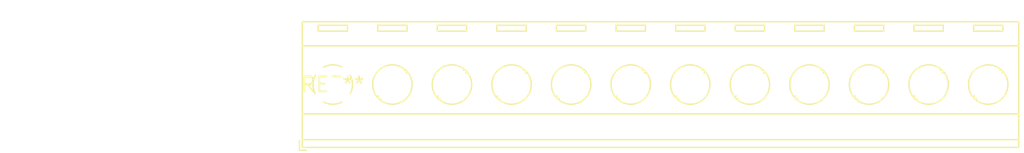
<source format=kicad_pcb>
(kicad_pcb (version 20240108) (generator pcbnew)
  (layers (0 "F.Cu" signal) (31 "B.Cu" signal) (34 "B.Paste" user) (35 "F.Paste" user) (36 "B.SilkS" user "B.Silkscreen") (37 "F.SilkS" user "F.Silkscreen") (38 "B.Mask" user) (39 "F.Mask" user) (44 "Edge.Cuts" user))
  (net 0 "")
  (footprint "TerminalBlock_RND_205-00297_1x12_P5.08mm_Horizontal" (layer "F.Cu") (at 0 0)
    (property "Reference" "REF**")
    (property "Value" "TerminalBlock_RND_205-00297_1x12_P5.08mm_Horizontal")
    (fp_line (start -2.84 4.76) (end -2.84 5.6) (layer "F.SilkS") (stroke (width 0.12)))
    (fp_line (start -2.84 5.6) (end -2.24 5.6) (layer "F.SilkS") (stroke (width 0.12)))
    (fp_line (start -2.6 -5.36) (end -2.6 5.36) (layer "F.SilkS") (stroke (width 0.12)))
    (fp_line (start -2.6 -5.36) (end 58.48 -5.36) (layer "F.SilkS") (stroke (width 0.12)))
    (fp_line (start -2.6 -3.3) (end 58.48 -3.3) (layer "F.SilkS") (stroke (width 0.12)))
    (fp_line (start -2.6 2.5) (end 58.48 2.5) (layer "F.SilkS") (stroke (width 0.12)))
    (fp_line (start -2.6 4.7) (end 58.48 4.7) (layer "F.SilkS") (stroke (width 0.12)))
    (fp_line (start -2.6 5.36) (end 58.48 5.36) (layer "F.SilkS") (stroke (width 0.12)))
    (fp_line (start -1.25 -5.05) (end -1.25 -4.55) (layer "F.SilkS") (stroke (width 0.12)))
    (fp_line (start -1.25 -5.05) (end 1.25 -5.05) (layer "F.SilkS") (stroke (width 0.12)))
    (fp_line (start -1.25 -4.55) (end 1.25 -4.55) (layer "F.SilkS") (stroke (width 0.12)))
    (fp_line (start 1.25 -5.05) (end 1.25 -4.55) (layer "F.SilkS") (stroke (width 0.12)))
    (fp_line (start 3.83 -5.05) (end 3.83 -4.55) (layer "F.SilkS") (stroke (width 0.12)))
    (fp_line (start 3.83 -5.05) (end 6.33 -5.05) (layer "F.SilkS") (stroke (width 0.12)))
    (fp_line (start 3.83 -4.55) (end 6.33 -4.55) (layer "F.SilkS") (stroke (width 0.12)))
    (fp_line (start 3.9 0.976) (end 3.806 1.069) (layer "F.SilkS") (stroke (width 0.12)))
    (fp_line (start 4.07 1.216) (end 4.011 1.274) (layer "F.SilkS") (stroke (width 0.12)))
    (fp_line (start 6.15 -1.275) (end 6.091 -1.216) (layer "F.SilkS") (stroke (width 0.12)))
    (fp_line (start 6.33 -5.05) (end 6.33 -4.55) (layer "F.SilkS") (stroke (width 0.12)))
    (fp_line (start 6.355 -1.069) (end 6.261 -0.976) (layer "F.SilkS") (stroke (width 0.12)))
    (fp_line (start 8.91 -5.05) (end 8.91 -4.55) (layer "F.SilkS") (stroke (width 0.12)))
    (fp_line (start 8.91 -5.05) (end 11.41 -5.05) (layer "F.SilkS") (stroke (width 0.12)))
    (fp_line (start 8.91 -4.55) (end 11.41 -4.55) (layer "F.SilkS") (stroke (width 0.12)))
    (fp_line (start 8.98 0.976) (end 8.886 1.069) (layer "F.SilkS") (stroke (width 0.12)))
    (fp_line (start 9.15 1.216) (end 9.091 1.274) (layer "F.SilkS") (stroke (width 0.12)))
    (fp_line (start 11.23 -1.275) (end 11.171 -1.216) (layer "F.SilkS") (stroke (width 0.12)))
    (fp_line (start 11.41 -5.05) (end 11.41 -4.55) (layer "F.SilkS") (stroke (width 0.12)))
    (fp_line (start 11.435 -1.069) (end 11.341 -0.976) (layer "F.SilkS") (stroke (width 0.12)))
    (fp_line (start 13.99 -5.05) (end 13.99 -4.55) (layer "F.SilkS") (stroke (width 0.12)))
    (fp_line (start 13.99 -5.05) (end 16.49 -5.05) (layer "F.SilkS") (stroke (width 0.12)))
    (fp_line (start 13.99 -4.55) (end 16.49 -4.55) (layer "F.SilkS") (stroke (width 0.12)))
    (fp_line (start 14.06 0.976) (end 13.966 1.069) (layer "F.SilkS") (stroke (width 0.12)))
    (fp_line (start 14.23 1.216) (end 14.171 1.274) (layer "F.SilkS") (stroke (width 0.12)))
    (fp_line (start 16.31 -1.275) (end 16.251 -1.216) (layer "F.SilkS") (stroke (width 0.12)))
    (fp_line (start 16.49 -5.05) (end 16.49 -4.55) (layer "F.SilkS") (stroke (width 0.12)))
    (fp_line (start 16.515 -1.069) (end 16.421 -0.976) (layer "F.SilkS") (stroke (width 0.12)))
    (fp_line (start 19.07 -5.05) (end 19.07 -4.55) (layer "F.SilkS") (stroke (width 0.12)))
    (fp_line (start 19.07 -5.05) (end 21.57 -5.05) (layer "F.SilkS") (stroke (width 0.12)))
    (fp_line (start 19.07 -4.55) (end 21.57 -4.55) (layer "F.SilkS") (stroke (width 0.12)))
    (fp_line (start 19.14 0.976) (end 19.046 1.069) (layer "F.SilkS") (stroke (width 0.12)))
    (fp_line (start 19.31 1.216) (end 19.251 1.274) (layer "F.SilkS") (stroke (width 0.12)))
    (fp_line (start 21.39 -1.275) (end 21.331 -1.216) (layer "F.SilkS") (stroke (width 0.12)))
    (fp_line (start 21.57 -5.05) (end 21.57 -4.55) (layer "F.SilkS") (stroke (width 0.12)))
    (fp_line (start 21.595 -1.069) (end 21.501 -0.976) (layer "F.SilkS") (stroke (width 0.12)))
    (fp_line (start 24.15 -5.05) (end 24.15 -4.55) (layer "F.SilkS") (stroke (width 0.12)))
    (fp_line (start 24.15 -5.05) (end 26.65 -5.05) (layer "F.SilkS") (stroke (width 0.12)))
    (fp_line (start 24.15 -4.55) (end 26.65 -4.55) (layer "F.SilkS") (stroke (width 0.12)))
    (fp_line (start 24.22 0.976) (end 24.126 1.069) (layer "F.SilkS") (stroke (width 0.12)))
    (fp_line (start 24.39 1.216) (end 24.331 1.274) (layer "F.SilkS") (stroke (width 0.12)))
    (fp_line (start 26.47 -1.275) (end 26.411 -1.216) (layer "F.SilkS") (stroke (width 0.12)))
    (fp_line (start 26.65 -5.05) (end 26.65 -4.55) (layer "F.SilkS") (stroke (width 0.12)))
    (fp_line (start 26.675 -1.069) (end 26.581 -0.976) (layer "F.SilkS") (stroke (width 0.12)))
    (fp_line (start 29.23 -5.05) (end 29.23 -4.55) (layer "F.SilkS") (stroke (width 0.12)))
    (fp_line (start 29.23 -5.05) (end 31.73 -5.05) (layer "F.SilkS") (stroke (width 0.12)))
    (fp_line (start 29.23 -4.55) (end 31.73 -4.55) (layer "F.SilkS") (stroke (width 0.12)))
    (fp_line (start 29.3 0.976) (end 29.206 1.069) (layer "F.SilkS") (stroke (width 0.12)))
    (fp_line (start 29.47 1.216) (end 29.411 1.274) (layer "F.SilkS") (stroke (width 0.12)))
    (fp_line (start 31.55 -1.275) (end 31.491 -1.216) (layer "F.SilkS") (stroke (width 0.12)))
    (fp_line (start 31.73 -5.05) (end 31.73 -4.55) (layer "F.SilkS") (stroke (width 0.12)))
    (fp_line (start 31.755 -1.069) (end 31.661 -0.976) (layer "F.SilkS") (stroke (width 0.12)))
    (fp_line (start 34.31 -5.05) (end 34.31 -4.55) (layer "F.SilkS") (stroke (width 0.12)))
    (fp_line (start 34.31 -5.05) (end 36.81 -5.05) (layer "F.SilkS") (stroke (width 0.12)))
    (fp_line (start 34.31 -4.55) (end 36.81 -4.55) (layer "F.SilkS") (stroke (width 0.12)))
    (fp_line (start 34.38 0.976) (end 34.286 1.069) (layer "F.SilkS") (stroke (width 0.12)))
    (fp_line (start 34.55 1.216) (end 34.491 1.274) (layer "F.SilkS") (stroke (width 0.12)))
    (fp_line (start 36.63 -1.275) (end 36.571 -1.216) (layer "F.SilkS") (stroke (width 0.12)))
    (fp_line (start 36.81 -5.05) (end 36.81 -4.55) (layer "F.SilkS") (stroke (width 0.12)))
    (fp_line (start 36.835 -1.069) (end 36.741 -0.976) (layer "F.SilkS") (stroke (width 0.12)))
    (fp_line (start 39.39 -5.05) (end 39.39 -4.55) (layer "F.SilkS") (stroke (width 0.12)))
    (fp_line (start 39.39 -5.05) (end 41.89 -5.05) (layer "F.SilkS") (stroke (width 0.12)))
    (fp_line (start 39.39 -4.55) (end 41.89 -4.55) (layer "F.SilkS") (stroke (width 0.12)))
    (fp_line (start 39.46 0.976) (end 39.366 1.069) (layer "F.SilkS") (stroke (width 0.12)))
    (fp_line (start 39.63 1.216) (end 39.571 1.274) (layer "F.SilkS") (stroke (width 0.12)))
    (fp_line (start 41.71 -1.275) (end 41.651 -1.216) (layer "F.SilkS") (stroke (width 0.12)))
    (fp_line (start 41.89 -5.05) (end 41.89 -4.55) (layer "F.SilkS") (stroke (width 0.12)))
    (fp_line (start 41.915 -1.069) (end 41.821 -0.976) (layer "F.SilkS") (stroke (width 0.12)))
    (fp_line (start 44.47 -5.05) (end 44.47 -4.55) (layer "F.SilkS") (stroke (width 0.12)))
    (fp_line (start 44.47 -5.05) (end 46.97 -5.05) (layer "F.SilkS") (stroke (width 0.12)))
    (fp_line (start 44.47 -4.55) (end 46.97 -4.55) (layer "F.SilkS") (stroke (width 0.12)))
    (fp_line (start 44.54 0.976) (end 44.446 1.069) (layer "F.SilkS") (stroke (width 0.12)))
    (fp_line (start 44.71 1.216) (end 44.651 1.274) (layer "F.SilkS") (stroke (width 0.12)))
    (fp_line (start 46.79 -1.275) (end 46.731 -1.216) (layer "F.SilkS") (stroke (width 0.12)))
    (fp_line (start 46.97 -5.05) (end 46.97 -4.55) (layer "F.SilkS") (stroke (width 0.12)))
    (fp_line (start 46.995 -1.069) (end 46.901 -0.976) (layer "F.SilkS") (stroke (width 0.12)))
    (fp_line (start 49.55 -5.05) (end 49.55 -4.55) (layer "F.SilkS") (stroke (width 0.12)))
    (fp_line (start 49.55 -5.05) (end 52.05 -5.05) (layer "F.SilkS") (stroke (width 0.12)))
    (fp_line (start 49.55 -4.55) (end 52.05 -4.55) (layer "F.SilkS") (stroke (width 0.12)))
    (fp_line (start 49.62 0.976) (end 49.526 1.069) (layer "F.SilkS") (stroke (width 0.12)))
    (fp_line (start 49.79 1.216) (end 49.731 1.274) (layer "F.SilkS") (stroke (width 0.12)))
    (fp_line (start 51.87 -1.275) (end 51.811 -1.216) (layer "F.SilkS") (stroke (width 0.12)))
    (fp_line (start 52.05 -5.05) (end 52.05 -4.55) (layer "F.SilkS") (stroke (width 0.12)))
    (fp_line (start 52.075 -1.069) (end 51.981 -0.976) (layer "F.SilkS") (stroke (width 0.12)))
    (fp_line (start 54.63 -5.05) (end 54.63 -4.55) (layer "F.SilkS") (stroke (width 0.12)))
    (fp_line (start 54.63 -5.05) (end 57.13 -5.05) (layer "F.SilkS") (stroke (width 0.12)))
    (fp_line (start 54.63 -4.55) (end 57.13 -4.55) (layer "F.SilkS") (stroke (width 0.12)))
    (fp_line (start 54.7 0.976) (end 54.606 1.069) (layer "F.SilkS") (stroke (width 0.12)))
    (fp_line (start 54.87 1.216) (end 54.811 1.274) (layer "F.SilkS") (stroke (width 0.12)))
    (fp_line (start 56.95 -1.275) (end 56.891 -1.216) (layer "F.SilkS") (stroke (width 0.12)))
    (fp_line (start 57.13 -5.05) (end 57.13 -4.55) (layer "F.SilkS") (stroke (width 0.12)))
    (fp_line (start 57.155 -1.069) (end 57.061 -0.976) (layer "F.SilkS") (stroke (width 0.12)))
    (fp_line (start 58.48 -5.36) (end 58.48 5.36) (layer "F.SilkS") (stroke (width 0.12)))
    (fp_arc (start -1.483953 0.789089) (mid -1.680708 5e-05) (end -1.484 -0.789) (layer "F.SilkS") (stroke (width 0.12)))
    (fp_arc (start -0.789089 -1.483953) (mid -5e-05 -1.680708) (end 0.789 -1.484) (layer "F.SilkS") (stroke (width 0.12)))
    (fp_arc (start 0.029383 1.68045) (mid -0.392304 1.634281) (end -0.789 1.484) (layer "F.SilkS") (stroke (width 0.12)))
    (fp_arc (start 0.788712 1.483352) (mid 0.406429 1.630097) (end 0 1.68) (layer "F.SilkS") (stroke (width 0.12)))
    (fp_arc (start 1.483953 -0.789089) (mid 1.680708 -5e-05) (end 1.484 0.789) (layer "F.SilkS") (stroke (width 0.12)))
    (fp_circle (center 5.08 0) (end 6.76 0) (layer "F.SilkS") (stroke (width 0.12)) (fill none))
    (fp_circle (center 10.16 0) (end 11.84 0) (layer "F.SilkS") (stroke (width 0.12)) (fill none))
    (fp_circle (center 15.24 0) (end 16.92 0) (layer "F.SilkS") (stroke (width 0.12)) (fill none))
    (fp_circle (center 20.32 0) (end 22 0) (layer "F.SilkS") (stroke (width 0.12)) (fill none))
    (fp_circle (center 25.4 0) (end 27.08 0) (layer "F.SilkS") (stroke (width 0.12)) (fill none))
    (fp_circle (center 30.48 0) (end 32.16 0) (layer "F.SilkS") (stroke (width 0.12)) (fill none))
    (fp_circle (center 35.56 0) (end 37.24 0) (layer "F.SilkS") (stroke (width 0.12)) (fill none))
    (fp_circle (center 40.64 0) (end 42.32 0) (layer "F.SilkS") (stroke (width 0.12)) (fill none))
    (fp_circle (center 45.72 0) (end 47.4 0) (layer "F.SilkS") (stroke (width 0.12)) (fill none))
    (fp_circle (center 50.8 0) (end 52.48 0) (layer "F.SilkS") (stroke (width 0.12)) (fill none))
    (fp_circle (center 55.88 0) (end 57.56 0) (layer "F.SilkS") (stroke (width 0.12)) (fill none))
    (pad "1" thru_hole rect (at 0 0) (size 2.5 2.5) (drill 1.3) (layers *.Cu *.Mask) (remove_unused_layers))
    (pad "2" thru_hole circle (at 5.08 0) (size 2.5 2.5) (drill 1.3) (layers *.Cu *.Mask) (remove_unused_layers))
    (pad "3" thru_hole circle (at 10.16 0) (size 2.5 2.5) (drill 1.3) (layers *.Cu *.Mask) (remove_unused_layers))
    (pad "4" thru_hole circle (at 15.24 0) (size 2.5 2.5) (drill 1.3) (layers *.Cu *.Mask) (remove_unused_layers))
    (pad "5" thru_hole circle (at 20.32 0) (size 2.5 2.5) (drill 1.3) (layers *.Cu *.Mask) (remove_unused_layers))
    (pad "6" thru_hole circle (at 25.4 0) (size 2.5 2.5) (drill 1.3) (layers *.Cu *.Mask) (remove_unused_layers))
    (pad "7" thru_hole circle (at 30.48 0) (size 2.5 2.5) (drill 1.3) (layers *.Cu *.Mask) (remove_unused_layers))
    (pad "8" thru_hole circle (at 35.56 0) (size 2.5 2.5) (drill 1.3) (layers *.Cu *.Mask) (remove_unused_layers))
    (pad "9" thru_hole circle (at 40.64 0) (size 2.5 2.5) (drill 1.3) (layers *.Cu *.Mask) (remove_unused_layers))
    (pad "10" thru_hole circle (at 45.72 0) (size 2.5 2.5) (drill 1.3) (layers *.Cu *.Mask) (remove_unused_layers))
    (pad "11" thru_hole circle (at 50.8 0) (size 2.5 2.5) (drill 1.3) (layers *.Cu *.Mask) (remove_unused_layers))
    (pad "12" thru_hole circle (at 55.88 0) (size 2.5 2.5) (drill 1.3) (layers *.Cu *.Mask) (remove_unused_layers))
  )
)
</source>
